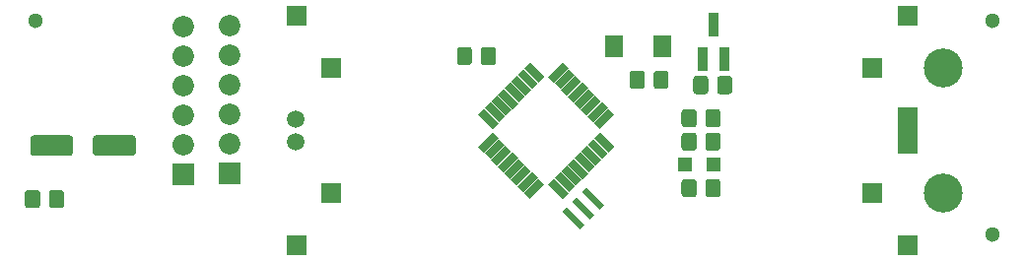
<source format=gbr>
G04 #@! TF.GenerationSoftware,KiCad,Pcbnew,5.1.5+dfsg1-2build2*
G04 #@! TF.CreationDate,2021-03-15T11:47:18+01:00*
G04 #@! TF.ProjectId,soil-moisture-sensor,736f696c-2d6d-46f6-9973-747572652d73,1.0*
G04 #@! TF.SameCoordinates,Original*
G04 #@! TF.FileFunction,Soldermask,Bot*
G04 #@! TF.FilePolarity,Negative*
%FSLAX46Y46*%
G04 Gerber Fmt 4.6, Leading zero omitted, Abs format (unit mm)*
G04 Created by KiCad (PCBNEW 5.1.5+dfsg1-2build2) date 2021-03-15 11:47:18*
%MOMM*%
%LPD*%
G04 APERTURE LIST*
%ADD10R,1.674000X1.674000*%
%ADD11R,1.750000X2.050000*%
%ADD12C,1.500000*%
%ADD13C,0.100000*%
%ADD14R,1.500000X1.950000*%
%ADD15C,3.350000*%
%ADD16C,1.300000*%
%ADD17R,1.150000X1.150000*%
%ADD18O,1.850000X1.850000*%
%ADD19R,1.850000X1.850000*%
%ADD20R,0.950000X2.050000*%
G04 APERTURE END LIST*
D10*
X139550000Y-108800000D03*
D11*
X142550000Y-113250000D03*
D10*
X93050000Y-108800000D03*
D12*
X90010000Y-113250000D03*
D10*
X142550000Y-104350000D03*
X90050000Y-104350000D03*
D11*
X142550000Y-115150000D03*
D12*
X90010000Y-115150000D03*
D10*
X90050000Y-124050000D03*
X93050000Y-119600000D03*
X142550000Y-124050000D03*
X139550000Y-119600000D03*
D13*
G36*
X116114213Y-121006066D02*
G01*
X114593934Y-119485787D01*
X114982843Y-119096878D01*
X116503122Y-120617157D01*
X116114213Y-121006066D01*
G37*
G36*
X114417157Y-122703122D02*
G01*
X112896878Y-121182843D01*
X113285787Y-120793934D01*
X114806066Y-122314213D01*
X114417157Y-122703122D01*
G37*
G36*
X115265685Y-121854594D02*
G01*
X113745406Y-120334315D01*
X114134315Y-119945406D01*
X115654594Y-121465685D01*
X115265685Y-121854594D01*
G37*
D14*
X121475000Y-107000000D03*
X117325000Y-107000000D03*
D15*
X145600000Y-108800000D03*
D16*
X149810000Y-104760000D03*
X149840000Y-123100000D03*
X67600000Y-104760000D03*
D15*
X145600000Y-119600000D03*
D13*
G36*
X126220092Y-114376361D02*
G01*
X126247526Y-114380430D01*
X126274429Y-114387169D01*
X126300541Y-114396512D01*
X126325612Y-114408370D01*
X126349401Y-114422628D01*
X126371677Y-114439149D01*
X126392226Y-114457774D01*
X126410851Y-114478323D01*
X126427372Y-114500599D01*
X126441630Y-114524388D01*
X126453488Y-114549459D01*
X126462831Y-114575571D01*
X126469570Y-114602474D01*
X126473639Y-114629908D01*
X126475000Y-114657608D01*
X126475000Y-115642392D01*
X126473639Y-115670092D01*
X126469570Y-115697526D01*
X126462831Y-115724429D01*
X126453488Y-115750541D01*
X126441630Y-115775612D01*
X126427372Y-115799401D01*
X126410851Y-115821677D01*
X126392226Y-115842226D01*
X126371677Y-115860851D01*
X126349401Y-115877372D01*
X126325612Y-115891630D01*
X126300541Y-115903488D01*
X126274429Y-115912831D01*
X126247526Y-115919570D01*
X126220092Y-115923639D01*
X126192392Y-115925000D01*
X125457608Y-115925000D01*
X125429908Y-115923639D01*
X125402474Y-115919570D01*
X125375571Y-115912831D01*
X125349459Y-115903488D01*
X125324388Y-115891630D01*
X125300599Y-115877372D01*
X125278323Y-115860851D01*
X125257774Y-115842226D01*
X125239149Y-115821677D01*
X125222628Y-115799401D01*
X125208370Y-115775612D01*
X125196512Y-115750541D01*
X125187169Y-115724429D01*
X125180430Y-115697526D01*
X125176361Y-115670092D01*
X125175000Y-115642392D01*
X125175000Y-114657608D01*
X125176361Y-114629908D01*
X125180430Y-114602474D01*
X125187169Y-114575571D01*
X125196512Y-114549459D01*
X125208370Y-114524388D01*
X125222628Y-114500599D01*
X125239149Y-114478323D01*
X125257774Y-114457774D01*
X125278323Y-114439149D01*
X125300599Y-114422628D01*
X125324388Y-114408370D01*
X125349459Y-114396512D01*
X125375571Y-114387169D01*
X125402474Y-114380430D01*
X125429908Y-114376361D01*
X125457608Y-114375000D01*
X126192392Y-114375000D01*
X126220092Y-114376361D01*
G37*
G36*
X124170092Y-114376361D02*
G01*
X124197526Y-114380430D01*
X124224429Y-114387169D01*
X124250541Y-114396512D01*
X124275612Y-114408370D01*
X124299401Y-114422628D01*
X124321677Y-114439149D01*
X124342226Y-114457774D01*
X124360851Y-114478323D01*
X124377372Y-114500599D01*
X124391630Y-114524388D01*
X124403488Y-114549459D01*
X124412831Y-114575571D01*
X124419570Y-114602474D01*
X124423639Y-114629908D01*
X124425000Y-114657608D01*
X124425000Y-115642392D01*
X124423639Y-115670092D01*
X124419570Y-115697526D01*
X124412831Y-115724429D01*
X124403488Y-115750541D01*
X124391630Y-115775612D01*
X124377372Y-115799401D01*
X124360851Y-115821677D01*
X124342226Y-115842226D01*
X124321677Y-115860851D01*
X124299401Y-115877372D01*
X124275612Y-115891630D01*
X124250541Y-115903488D01*
X124224429Y-115912831D01*
X124197526Y-115919570D01*
X124170092Y-115923639D01*
X124142392Y-115925000D01*
X123407608Y-115925000D01*
X123379908Y-115923639D01*
X123352474Y-115919570D01*
X123325571Y-115912831D01*
X123299459Y-115903488D01*
X123274388Y-115891630D01*
X123250599Y-115877372D01*
X123228323Y-115860851D01*
X123207774Y-115842226D01*
X123189149Y-115821677D01*
X123172628Y-115799401D01*
X123158370Y-115775612D01*
X123146512Y-115750541D01*
X123137169Y-115724429D01*
X123130430Y-115697526D01*
X123126361Y-115670092D01*
X123125000Y-115642392D01*
X123125000Y-114657608D01*
X123126361Y-114629908D01*
X123130430Y-114602474D01*
X123137169Y-114575571D01*
X123146512Y-114549459D01*
X123158370Y-114524388D01*
X123172628Y-114500599D01*
X123189149Y-114478323D01*
X123207774Y-114457774D01*
X123228323Y-114439149D01*
X123250599Y-114422628D01*
X123274388Y-114408370D01*
X123299459Y-114396512D01*
X123325571Y-114387169D01*
X123352474Y-114380430D01*
X123379908Y-114376361D01*
X123407608Y-114375000D01*
X124142392Y-114375000D01*
X124170092Y-114376361D01*
G37*
G36*
X67770092Y-119326361D02*
G01*
X67797526Y-119330430D01*
X67824429Y-119337169D01*
X67850541Y-119346512D01*
X67875612Y-119358370D01*
X67899401Y-119372628D01*
X67921677Y-119389149D01*
X67942226Y-119407774D01*
X67960851Y-119428323D01*
X67977372Y-119450599D01*
X67991630Y-119474388D01*
X68003488Y-119499459D01*
X68012831Y-119525571D01*
X68019570Y-119552474D01*
X68023639Y-119579908D01*
X68025000Y-119607608D01*
X68025000Y-120592392D01*
X68023639Y-120620092D01*
X68019570Y-120647526D01*
X68012831Y-120674429D01*
X68003488Y-120700541D01*
X67991630Y-120725612D01*
X67977372Y-120749401D01*
X67960851Y-120771677D01*
X67942226Y-120792226D01*
X67921677Y-120810851D01*
X67899401Y-120827372D01*
X67875612Y-120841630D01*
X67850541Y-120853488D01*
X67824429Y-120862831D01*
X67797526Y-120869570D01*
X67770092Y-120873639D01*
X67742392Y-120875000D01*
X67007608Y-120875000D01*
X66979908Y-120873639D01*
X66952474Y-120869570D01*
X66925571Y-120862831D01*
X66899459Y-120853488D01*
X66874388Y-120841630D01*
X66850599Y-120827372D01*
X66828323Y-120810851D01*
X66807774Y-120792226D01*
X66789149Y-120771677D01*
X66772628Y-120749401D01*
X66758370Y-120725612D01*
X66746512Y-120700541D01*
X66737169Y-120674429D01*
X66730430Y-120647526D01*
X66726361Y-120620092D01*
X66725000Y-120592392D01*
X66725000Y-119607608D01*
X66726361Y-119579908D01*
X66730430Y-119552474D01*
X66737169Y-119525571D01*
X66746512Y-119499459D01*
X66758370Y-119474388D01*
X66772628Y-119450599D01*
X66789149Y-119428323D01*
X66807774Y-119407774D01*
X66828323Y-119389149D01*
X66850599Y-119372628D01*
X66874388Y-119358370D01*
X66899459Y-119346512D01*
X66925571Y-119337169D01*
X66952474Y-119330430D01*
X66979908Y-119326361D01*
X67007608Y-119325000D01*
X67742392Y-119325000D01*
X67770092Y-119326361D01*
G37*
G36*
X69820092Y-119326361D02*
G01*
X69847526Y-119330430D01*
X69874429Y-119337169D01*
X69900541Y-119346512D01*
X69925612Y-119358370D01*
X69949401Y-119372628D01*
X69971677Y-119389149D01*
X69992226Y-119407774D01*
X70010851Y-119428323D01*
X70027372Y-119450599D01*
X70041630Y-119474388D01*
X70053488Y-119499459D01*
X70062831Y-119525571D01*
X70069570Y-119552474D01*
X70073639Y-119579908D01*
X70075000Y-119607608D01*
X70075000Y-120592392D01*
X70073639Y-120620092D01*
X70069570Y-120647526D01*
X70062831Y-120674429D01*
X70053488Y-120700541D01*
X70041630Y-120725612D01*
X70027372Y-120749401D01*
X70010851Y-120771677D01*
X69992226Y-120792226D01*
X69971677Y-120810851D01*
X69949401Y-120827372D01*
X69925612Y-120841630D01*
X69900541Y-120853488D01*
X69874429Y-120862831D01*
X69847526Y-120869570D01*
X69820092Y-120873639D01*
X69792392Y-120875000D01*
X69057608Y-120875000D01*
X69029908Y-120873639D01*
X69002474Y-120869570D01*
X68975571Y-120862831D01*
X68949459Y-120853488D01*
X68924388Y-120841630D01*
X68900599Y-120827372D01*
X68878323Y-120810851D01*
X68857774Y-120792226D01*
X68839149Y-120771677D01*
X68822628Y-120749401D01*
X68808370Y-120725612D01*
X68796512Y-120700541D01*
X68787169Y-120674429D01*
X68780430Y-120647526D01*
X68776361Y-120620092D01*
X68775000Y-120592392D01*
X68775000Y-119607608D01*
X68776361Y-119579908D01*
X68780430Y-119552474D01*
X68787169Y-119525571D01*
X68796512Y-119499459D01*
X68808370Y-119474388D01*
X68822628Y-119450599D01*
X68839149Y-119428323D01*
X68857774Y-119407774D01*
X68878323Y-119389149D01*
X68900599Y-119372628D01*
X68924388Y-119358370D01*
X68949459Y-119346512D01*
X68975571Y-119337169D01*
X69002474Y-119330430D01*
X69029908Y-119326361D01*
X69057608Y-119325000D01*
X69792392Y-119325000D01*
X69820092Y-119326361D01*
G37*
G36*
X124170092Y-118376361D02*
G01*
X124197526Y-118380430D01*
X124224429Y-118387169D01*
X124250541Y-118396512D01*
X124275612Y-118408370D01*
X124299401Y-118422628D01*
X124321677Y-118439149D01*
X124342226Y-118457774D01*
X124360851Y-118478323D01*
X124377372Y-118500599D01*
X124391630Y-118524388D01*
X124403488Y-118549459D01*
X124412831Y-118575571D01*
X124419570Y-118602474D01*
X124423639Y-118629908D01*
X124425000Y-118657608D01*
X124425000Y-119642392D01*
X124423639Y-119670092D01*
X124419570Y-119697526D01*
X124412831Y-119724429D01*
X124403488Y-119750541D01*
X124391630Y-119775612D01*
X124377372Y-119799401D01*
X124360851Y-119821677D01*
X124342226Y-119842226D01*
X124321677Y-119860851D01*
X124299401Y-119877372D01*
X124275612Y-119891630D01*
X124250541Y-119903488D01*
X124224429Y-119912831D01*
X124197526Y-119919570D01*
X124170092Y-119923639D01*
X124142392Y-119925000D01*
X123407608Y-119925000D01*
X123379908Y-119923639D01*
X123352474Y-119919570D01*
X123325571Y-119912831D01*
X123299459Y-119903488D01*
X123274388Y-119891630D01*
X123250599Y-119877372D01*
X123228323Y-119860851D01*
X123207774Y-119842226D01*
X123189149Y-119821677D01*
X123172628Y-119799401D01*
X123158370Y-119775612D01*
X123146512Y-119750541D01*
X123137169Y-119724429D01*
X123130430Y-119697526D01*
X123126361Y-119670092D01*
X123125000Y-119642392D01*
X123125000Y-118657608D01*
X123126361Y-118629908D01*
X123130430Y-118602474D01*
X123137169Y-118575571D01*
X123146512Y-118549459D01*
X123158370Y-118524388D01*
X123172628Y-118500599D01*
X123189149Y-118478323D01*
X123207774Y-118457774D01*
X123228323Y-118439149D01*
X123250599Y-118422628D01*
X123274388Y-118408370D01*
X123299459Y-118396512D01*
X123325571Y-118387169D01*
X123352474Y-118380430D01*
X123379908Y-118376361D01*
X123407608Y-118375000D01*
X124142392Y-118375000D01*
X124170092Y-118376361D01*
G37*
G36*
X126220092Y-118376361D02*
G01*
X126247526Y-118380430D01*
X126274429Y-118387169D01*
X126300541Y-118396512D01*
X126325612Y-118408370D01*
X126349401Y-118422628D01*
X126371677Y-118439149D01*
X126392226Y-118457774D01*
X126410851Y-118478323D01*
X126427372Y-118500599D01*
X126441630Y-118524388D01*
X126453488Y-118549459D01*
X126462831Y-118575571D01*
X126469570Y-118602474D01*
X126473639Y-118629908D01*
X126475000Y-118657608D01*
X126475000Y-119642392D01*
X126473639Y-119670092D01*
X126469570Y-119697526D01*
X126462831Y-119724429D01*
X126453488Y-119750541D01*
X126441630Y-119775612D01*
X126427372Y-119799401D01*
X126410851Y-119821677D01*
X126392226Y-119842226D01*
X126371677Y-119860851D01*
X126349401Y-119877372D01*
X126325612Y-119891630D01*
X126300541Y-119903488D01*
X126274429Y-119912831D01*
X126247526Y-119919570D01*
X126220092Y-119923639D01*
X126192392Y-119925000D01*
X125457608Y-119925000D01*
X125429908Y-119923639D01*
X125402474Y-119919570D01*
X125375571Y-119912831D01*
X125349459Y-119903488D01*
X125324388Y-119891630D01*
X125300599Y-119877372D01*
X125278323Y-119860851D01*
X125257774Y-119842226D01*
X125239149Y-119821677D01*
X125222628Y-119799401D01*
X125208370Y-119775612D01*
X125196512Y-119750541D01*
X125187169Y-119724429D01*
X125180430Y-119697526D01*
X125176361Y-119670092D01*
X125175000Y-119642392D01*
X125175000Y-118657608D01*
X125176361Y-118629908D01*
X125180430Y-118602474D01*
X125187169Y-118575571D01*
X125196512Y-118549459D01*
X125208370Y-118524388D01*
X125222628Y-118500599D01*
X125239149Y-118478323D01*
X125257774Y-118457774D01*
X125278323Y-118439149D01*
X125300599Y-118422628D01*
X125324388Y-118408370D01*
X125349459Y-118396512D01*
X125375571Y-118387169D01*
X125402474Y-118380430D01*
X125429908Y-118376361D01*
X125457608Y-118375000D01*
X126192392Y-118375000D01*
X126220092Y-118376361D01*
G37*
G36*
X124170092Y-112376361D02*
G01*
X124197526Y-112380430D01*
X124224429Y-112387169D01*
X124250541Y-112396512D01*
X124275612Y-112408370D01*
X124299401Y-112422628D01*
X124321677Y-112439149D01*
X124342226Y-112457774D01*
X124360851Y-112478323D01*
X124377372Y-112500599D01*
X124391630Y-112524388D01*
X124403488Y-112549459D01*
X124412831Y-112575571D01*
X124419570Y-112602474D01*
X124423639Y-112629908D01*
X124425000Y-112657608D01*
X124425000Y-113642392D01*
X124423639Y-113670092D01*
X124419570Y-113697526D01*
X124412831Y-113724429D01*
X124403488Y-113750541D01*
X124391630Y-113775612D01*
X124377372Y-113799401D01*
X124360851Y-113821677D01*
X124342226Y-113842226D01*
X124321677Y-113860851D01*
X124299401Y-113877372D01*
X124275612Y-113891630D01*
X124250541Y-113903488D01*
X124224429Y-113912831D01*
X124197526Y-113919570D01*
X124170092Y-113923639D01*
X124142392Y-113925000D01*
X123407608Y-113925000D01*
X123379908Y-113923639D01*
X123352474Y-113919570D01*
X123325571Y-113912831D01*
X123299459Y-113903488D01*
X123274388Y-113891630D01*
X123250599Y-113877372D01*
X123228323Y-113860851D01*
X123207774Y-113842226D01*
X123189149Y-113821677D01*
X123172628Y-113799401D01*
X123158370Y-113775612D01*
X123146512Y-113750541D01*
X123137169Y-113724429D01*
X123130430Y-113697526D01*
X123126361Y-113670092D01*
X123125000Y-113642392D01*
X123125000Y-112657608D01*
X123126361Y-112629908D01*
X123130430Y-112602474D01*
X123137169Y-112575571D01*
X123146512Y-112549459D01*
X123158370Y-112524388D01*
X123172628Y-112500599D01*
X123189149Y-112478323D01*
X123207774Y-112457774D01*
X123228323Y-112439149D01*
X123250599Y-112422628D01*
X123274388Y-112408370D01*
X123299459Y-112396512D01*
X123325571Y-112387169D01*
X123352474Y-112380430D01*
X123379908Y-112376361D01*
X123407608Y-112375000D01*
X124142392Y-112375000D01*
X124170092Y-112376361D01*
G37*
G36*
X126220092Y-112376361D02*
G01*
X126247526Y-112380430D01*
X126274429Y-112387169D01*
X126300541Y-112396512D01*
X126325612Y-112408370D01*
X126349401Y-112422628D01*
X126371677Y-112439149D01*
X126392226Y-112457774D01*
X126410851Y-112478323D01*
X126427372Y-112500599D01*
X126441630Y-112524388D01*
X126453488Y-112549459D01*
X126462831Y-112575571D01*
X126469570Y-112602474D01*
X126473639Y-112629908D01*
X126475000Y-112657608D01*
X126475000Y-113642392D01*
X126473639Y-113670092D01*
X126469570Y-113697526D01*
X126462831Y-113724429D01*
X126453488Y-113750541D01*
X126441630Y-113775612D01*
X126427372Y-113799401D01*
X126410851Y-113821677D01*
X126392226Y-113842226D01*
X126371677Y-113860851D01*
X126349401Y-113877372D01*
X126325612Y-113891630D01*
X126300541Y-113903488D01*
X126274429Y-113912831D01*
X126247526Y-113919570D01*
X126220092Y-113923639D01*
X126192392Y-113925000D01*
X125457608Y-113925000D01*
X125429908Y-113923639D01*
X125402474Y-113919570D01*
X125375571Y-113912831D01*
X125349459Y-113903488D01*
X125324388Y-113891630D01*
X125300599Y-113877372D01*
X125278323Y-113860851D01*
X125257774Y-113842226D01*
X125239149Y-113821677D01*
X125222628Y-113799401D01*
X125208370Y-113775612D01*
X125196512Y-113750541D01*
X125187169Y-113724429D01*
X125180430Y-113697526D01*
X125176361Y-113670092D01*
X125175000Y-113642392D01*
X125175000Y-112657608D01*
X125176361Y-112629908D01*
X125180430Y-112602474D01*
X125187169Y-112575571D01*
X125196512Y-112549459D01*
X125208370Y-112524388D01*
X125222628Y-112500599D01*
X125239149Y-112478323D01*
X125257774Y-112457774D01*
X125278323Y-112439149D01*
X125300599Y-112422628D01*
X125324388Y-112408370D01*
X125349459Y-112396512D01*
X125375571Y-112387169D01*
X125402474Y-112380430D01*
X125429908Y-112376361D01*
X125457608Y-112375000D01*
X126192392Y-112375000D01*
X126220092Y-112376361D01*
G37*
G36*
X121770092Y-109076361D02*
G01*
X121797526Y-109080430D01*
X121824429Y-109087169D01*
X121850541Y-109096512D01*
X121875612Y-109108370D01*
X121899401Y-109122628D01*
X121921677Y-109139149D01*
X121942226Y-109157774D01*
X121960851Y-109178323D01*
X121977372Y-109200599D01*
X121991630Y-109224388D01*
X122003488Y-109249459D01*
X122012831Y-109275571D01*
X122019570Y-109302474D01*
X122023639Y-109329908D01*
X122025000Y-109357608D01*
X122025000Y-110342392D01*
X122023639Y-110370092D01*
X122019570Y-110397526D01*
X122012831Y-110424429D01*
X122003488Y-110450541D01*
X121991630Y-110475612D01*
X121977372Y-110499401D01*
X121960851Y-110521677D01*
X121942226Y-110542226D01*
X121921677Y-110560851D01*
X121899401Y-110577372D01*
X121875612Y-110591630D01*
X121850541Y-110603488D01*
X121824429Y-110612831D01*
X121797526Y-110619570D01*
X121770092Y-110623639D01*
X121742392Y-110625000D01*
X121007608Y-110625000D01*
X120979908Y-110623639D01*
X120952474Y-110619570D01*
X120925571Y-110612831D01*
X120899459Y-110603488D01*
X120874388Y-110591630D01*
X120850599Y-110577372D01*
X120828323Y-110560851D01*
X120807774Y-110542226D01*
X120789149Y-110521677D01*
X120772628Y-110499401D01*
X120758370Y-110475612D01*
X120746512Y-110450541D01*
X120737169Y-110424429D01*
X120730430Y-110397526D01*
X120726361Y-110370092D01*
X120725000Y-110342392D01*
X120725000Y-109357608D01*
X120726361Y-109329908D01*
X120730430Y-109302474D01*
X120737169Y-109275571D01*
X120746512Y-109249459D01*
X120758370Y-109224388D01*
X120772628Y-109200599D01*
X120789149Y-109178323D01*
X120807774Y-109157774D01*
X120828323Y-109139149D01*
X120850599Y-109122628D01*
X120874388Y-109108370D01*
X120899459Y-109096512D01*
X120925571Y-109087169D01*
X120952474Y-109080430D01*
X120979908Y-109076361D01*
X121007608Y-109075000D01*
X121742392Y-109075000D01*
X121770092Y-109076361D01*
G37*
G36*
X119720092Y-109076361D02*
G01*
X119747526Y-109080430D01*
X119774429Y-109087169D01*
X119800541Y-109096512D01*
X119825612Y-109108370D01*
X119849401Y-109122628D01*
X119871677Y-109139149D01*
X119892226Y-109157774D01*
X119910851Y-109178323D01*
X119927372Y-109200599D01*
X119941630Y-109224388D01*
X119953488Y-109249459D01*
X119962831Y-109275571D01*
X119969570Y-109302474D01*
X119973639Y-109329908D01*
X119975000Y-109357608D01*
X119975000Y-110342392D01*
X119973639Y-110370092D01*
X119969570Y-110397526D01*
X119962831Y-110424429D01*
X119953488Y-110450541D01*
X119941630Y-110475612D01*
X119927372Y-110499401D01*
X119910851Y-110521677D01*
X119892226Y-110542226D01*
X119871677Y-110560851D01*
X119849401Y-110577372D01*
X119825612Y-110591630D01*
X119800541Y-110603488D01*
X119774429Y-110612831D01*
X119747526Y-110619570D01*
X119720092Y-110623639D01*
X119692392Y-110625000D01*
X118957608Y-110625000D01*
X118929908Y-110623639D01*
X118902474Y-110619570D01*
X118875571Y-110612831D01*
X118849459Y-110603488D01*
X118824388Y-110591630D01*
X118800599Y-110577372D01*
X118778323Y-110560851D01*
X118757774Y-110542226D01*
X118739149Y-110521677D01*
X118722628Y-110499401D01*
X118708370Y-110475612D01*
X118696512Y-110450541D01*
X118687169Y-110424429D01*
X118680430Y-110397526D01*
X118676361Y-110370092D01*
X118675000Y-110342392D01*
X118675000Y-109357608D01*
X118676361Y-109329908D01*
X118680430Y-109302474D01*
X118687169Y-109275571D01*
X118696512Y-109249459D01*
X118708370Y-109224388D01*
X118722628Y-109200599D01*
X118739149Y-109178323D01*
X118757774Y-109157774D01*
X118778323Y-109139149D01*
X118800599Y-109122628D01*
X118824388Y-109108370D01*
X118849459Y-109096512D01*
X118875571Y-109087169D01*
X118902474Y-109080430D01*
X118929908Y-109076361D01*
X118957608Y-109075000D01*
X119692392Y-109075000D01*
X119720092Y-109076361D01*
G37*
G36*
X116113872Y-114040901D02*
G01*
X115618897Y-113545926D01*
X116856334Y-112308489D01*
X117351309Y-112803464D01*
X116113872Y-114040901D01*
G37*
G36*
X115548186Y-113475216D02*
G01*
X115053211Y-112980241D01*
X116290648Y-111742804D01*
X116785623Y-112237779D01*
X115548186Y-113475216D01*
G37*
G36*
X114982501Y-112909530D02*
G01*
X114487526Y-112414555D01*
X115724963Y-111177118D01*
X116219938Y-111672093D01*
X114982501Y-112909530D01*
G37*
G36*
X114416816Y-112343845D02*
G01*
X113921841Y-111848870D01*
X115159278Y-110611433D01*
X115654253Y-111106408D01*
X114416816Y-112343845D01*
G37*
G36*
X113851130Y-111778159D02*
G01*
X113356155Y-111283184D01*
X114593592Y-110045747D01*
X115088567Y-110540722D01*
X113851130Y-111778159D01*
G37*
G36*
X113285445Y-111212474D02*
G01*
X112790470Y-110717499D01*
X114027907Y-109480062D01*
X114522882Y-109975037D01*
X113285445Y-111212474D01*
G37*
G36*
X112719759Y-110646789D02*
G01*
X112224784Y-110151814D01*
X113462221Y-108914377D01*
X113957196Y-109409352D01*
X112719759Y-110646789D01*
G37*
G36*
X112154074Y-110081103D02*
G01*
X111659099Y-109586128D01*
X112896536Y-108348691D01*
X113391511Y-108843666D01*
X112154074Y-110081103D01*
G37*
G36*
X111340901Y-109586128D02*
G01*
X110845926Y-110081103D01*
X109608489Y-108843666D01*
X110103464Y-108348691D01*
X111340901Y-109586128D01*
G37*
G36*
X110775216Y-110151814D02*
G01*
X110280241Y-110646789D01*
X109042804Y-109409352D01*
X109537779Y-108914377D01*
X110775216Y-110151814D01*
G37*
G36*
X110209530Y-110717499D02*
G01*
X109714555Y-111212474D01*
X108477118Y-109975037D01*
X108972093Y-109480062D01*
X110209530Y-110717499D01*
G37*
G36*
X109643845Y-111283184D02*
G01*
X109148870Y-111778159D01*
X107911433Y-110540722D01*
X108406408Y-110045747D01*
X109643845Y-111283184D01*
G37*
G36*
X109078159Y-111848870D02*
G01*
X108583184Y-112343845D01*
X107345747Y-111106408D01*
X107840722Y-110611433D01*
X109078159Y-111848870D01*
G37*
G36*
X108512474Y-112414555D02*
G01*
X108017499Y-112909530D01*
X106780062Y-111672093D01*
X107275037Y-111177118D01*
X108512474Y-112414555D01*
G37*
G36*
X107946789Y-112980241D02*
G01*
X107451814Y-113475216D01*
X106214377Y-112237779D01*
X106709352Y-111742804D01*
X107946789Y-112980241D01*
G37*
G36*
X107381103Y-113545926D02*
G01*
X106886128Y-114040901D01*
X105648691Y-112803464D01*
X106143666Y-112308489D01*
X107381103Y-113545926D01*
G37*
G36*
X106143666Y-116091511D02*
G01*
X105648691Y-115596536D01*
X106886128Y-114359099D01*
X107381103Y-114854074D01*
X106143666Y-116091511D01*
G37*
G36*
X106709352Y-116657196D02*
G01*
X106214377Y-116162221D01*
X107451814Y-114924784D01*
X107946789Y-115419759D01*
X106709352Y-116657196D01*
G37*
G36*
X107275037Y-117222882D02*
G01*
X106780062Y-116727907D01*
X108017499Y-115490470D01*
X108512474Y-115985445D01*
X107275037Y-117222882D01*
G37*
G36*
X107840722Y-117788567D02*
G01*
X107345747Y-117293592D01*
X108583184Y-116056155D01*
X109078159Y-116551130D01*
X107840722Y-117788567D01*
G37*
G36*
X108406408Y-118354253D02*
G01*
X107911433Y-117859278D01*
X109148870Y-116621841D01*
X109643845Y-117116816D01*
X108406408Y-118354253D01*
G37*
G36*
X108972093Y-118919938D02*
G01*
X108477118Y-118424963D01*
X109714555Y-117187526D01*
X110209530Y-117682501D01*
X108972093Y-118919938D01*
G37*
G36*
X109537779Y-119485623D02*
G01*
X109042804Y-118990648D01*
X110280241Y-117753211D01*
X110775216Y-118248186D01*
X109537779Y-119485623D01*
G37*
G36*
X110103464Y-120051309D02*
G01*
X109608489Y-119556334D01*
X110845926Y-118318897D01*
X111340901Y-118813872D01*
X110103464Y-120051309D01*
G37*
G36*
X113391511Y-119556334D02*
G01*
X112896536Y-120051309D01*
X111659099Y-118813872D01*
X112154074Y-118318897D01*
X113391511Y-119556334D01*
G37*
G36*
X113957196Y-118990648D02*
G01*
X113462221Y-119485623D01*
X112224784Y-118248186D01*
X112719759Y-117753211D01*
X113957196Y-118990648D01*
G37*
G36*
X114522882Y-118424963D02*
G01*
X114027907Y-118919938D01*
X112790470Y-117682501D01*
X113285445Y-117187526D01*
X114522882Y-118424963D01*
G37*
G36*
X115088567Y-117859278D02*
G01*
X114593592Y-118354253D01*
X113356155Y-117116816D01*
X113851130Y-116621841D01*
X115088567Y-117859278D01*
G37*
G36*
X115654253Y-117293592D02*
G01*
X115159278Y-117788567D01*
X113921841Y-116551130D01*
X114416816Y-116056155D01*
X115654253Y-117293592D01*
G37*
G36*
X116219938Y-116727907D02*
G01*
X115724963Y-117222882D01*
X114487526Y-115985445D01*
X114982501Y-115490470D01*
X116219938Y-116727907D01*
G37*
G36*
X116785623Y-116162221D02*
G01*
X116290648Y-116657196D01*
X115053211Y-115419759D01*
X115548186Y-114924784D01*
X116785623Y-116162221D01*
G37*
G36*
X117351309Y-115596536D02*
G01*
X116856334Y-116091511D01*
X115618897Y-114854074D01*
X116113872Y-114359099D01*
X117351309Y-115596536D01*
G37*
D17*
X125900000Y-117150000D03*
X123400000Y-117150000D03*
D18*
X84300000Y-105180000D03*
X84300000Y-107720000D03*
X84300000Y-110260000D03*
X84300000Y-112800000D03*
X84300000Y-115340000D03*
D19*
X84300000Y-117880000D03*
D18*
X80300000Y-105230000D03*
X80300000Y-107770000D03*
X80300000Y-110310000D03*
X80300000Y-112850000D03*
X80300000Y-115390000D03*
D19*
X80300000Y-117930000D03*
D20*
X125900000Y-105100000D03*
X124950000Y-108100000D03*
X126850000Y-108100000D03*
D13*
G36*
X125170092Y-109526361D02*
G01*
X125197526Y-109530430D01*
X125224429Y-109537169D01*
X125250541Y-109546512D01*
X125275612Y-109558370D01*
X125299401Y-109572628D01*
X125321677Y-109589149D01*
X125342226Y-109607774D01*
X125360851Y-109628323D01*
X125377372Y-109650599D01*
X125391630Y-109674388D01*
X125403488Y-109699459D01*
X125412831Y-109725571D01*
X125419570Y-109752474D01*
X125423639Y-109779908D01*
X125425000Y-109807608D01*
X125425000Y-110792392D01*
X125423639Y-110820092D01*
X125419570Y-110847526D01*
X125412831Y-110874429D01*
X125403488Y-110900541D01*
X125391630Y-110925612D01*
X125377372Y-110949401D01*
X125360851Y-110971677D01*
X125342226Y-110992226D01*
X125321677Y-111010851D01*
X125299401Y-111027372D01*
X125275612Y-111041630D01*
X125250541Y-111053488D01*
X125224429Y-111062831D01*
X125197526Y-111069570D01*
X125170092Y-111073639D01*
X125142392Y-111075000D01*
X124407608Y-111075000D01*
X124379908Y-111073639D01*
X124352474Y-111069570D01*
X124325571Y-111062831D01*
X124299459Y-111053488D01*
X124274388Y-111041630D01*
X124250599Y-111027372D01*
X124228323Y-111010851D01*
X124207774Y-110992226D01*
X124189149Y-110971677D01*
X124172628Y-110949401D01*
X124158370Y-110925612D01*
X124146512Y-110900541D01*
X124137169Y-110874429D01*
X124130430Y-110847526D01*
X124126361Y-110820092D01*
X124125000Y-110792392D01*
X124125000Y-109807608D01*
X124126361Y-109779908D01*
X124130430Y-109752474D01*
X124137169Y-109725571D01*
X124146512Y-109699459D01*
X124158370Y-109674388D01*
X124172628Y-109650599D01*
X124189149Y-109628323D01*
X124207774Y-109607774D01*
X124228323Y-109589149D01*
X124250599Y-109572628D01*
X124274388Y-109558370D01*
X124299459Y-109546512D01*
X124325571Y-109537169D01*
X124352474Y-109530430D01*
X124379908Y-109526361D01*
X124407608Y-109525000D01*
X125142392Y-109525000D01*
X125170092Y-109526361D01*
G37*
G36*
X127220092Y-109526361D02*
G01*
X127247526Y-109530430D01*
X127274429Y-109537169D01*
X127300541Y-109546512D01*
X127325612Y-109558370D01*
X127349401Y-109572628D01*
X127371677Y-109589149D01*
X127392226Y-109607774D01*
X127410851Y-109628323D01*
X127427372Y-109650599D01*
X127441630Y-109674388D01*
X127453488Y-109699459D01*
X127462831Y-109725571D01*
X127469570Y-109752474D01*
X127473639Y-109779908D01*
X127475000Y-109807608D01*
X127475000Y-110792392D01*
X127473639Y-110820092D01*
X127469570Y-110847526D01*
X127462831Y-110874429D01*
X127453488Y-110900541D01*
X127441630Y-110925612D01*
X127427372Y-110949401D01*
X127410851Y-110971677D01*
X127392226Y-110992226D01*
X127371677Y-111010851D01*
X127349401Y-111027372D01*
X127325612Y-111041630D01*
X127300541Y-111053488D01*
X127274429Y-111062831D01*
X127247526Y-111069570D01*
X127220092Y-111073639D01*
X127192392Y-111075000D01*
X126457608Y-111075000D01*
X126429908Y-111073639D01*
X126402474Y-111069570D01*
X126375571Y-111062831D01*
X126349459Y-111053488D01*
X126324388Y-111041630D01*
X126300599Y-111027372D01*
X126278323Y-111010851D01*
X126257774Y-110992226D01*
X126239149Y-110971677D01*
X126222628Y-110949401D01*
X126208370Y-110925612D01*
X126196512Y-110900541D01*
X126187169Y-110874429D01*
X126180430Y-110847526D01*
X126176361Y-110820092D01*
X126175000Y-110792392D01*
X126175000Y-109807608D01*
X126176361Y-109779908D01*
X126180430Y-109752474D01*
X126187169Y-109725571D01*
X126196512Y-109699459D01*
X126208370Y-109674388D01*
X126222628Y-109650599D01*
X126239149Y-109628323D01*
X126257774Y-109607774D01*
X126278323Y-109589149D01*
X126300599Y-109572628D01*
X126324388Y-109558370D01*
X126349459Y-109546512D01*
X126375571Y-109537169D01*
X126402474Y-109530430D01*
X126429908Y-109526361D01*
X126457608Y-109525000D01*
X127192392Y-109525000D01*
X127220092Y-109526361D01*
G37*
G36*
X104870092Y-107026361D02*
G01*
X104897526Y-107030430D01*
X104924429Y-107037169D01*
X104950541Y-107046512D01*
X104975612Y-107058370D01*
X104999401Y-107072628D01*
X105021677Y-107089149D01*
X105042226Y-107107774D01*
X105060851Y-107128323D01*
X105077372Y-107150599D01*
X105091630Y-107174388D01*
X105103488Y-107199459D01*
X105112831Y-107225571D01*
X105119570Y-107252474D01*
X105123639Y-107279908D01*
X105125000Y-107307608D01*
X105125000Y-108292392D01*
X105123639Y-108320092D01*
X105119570Y-108347526D01*
X105112831Y-108374429D01*
X105103488Y-108400541D01*
X105091630Y-108425612D01*
X105077372Y-108449401D01*
X105060851Y-108471677D01*
X105042226Y-108492226D01*
X105021677Y-108510851D01*
X104999401Y-108527372D01*
X104975612Y-108541630D01*
X104950541Y-108553488D01*
X104924429Y-108562831D01*
X104897526Y-108569570D01*
X104870092Y-108573639D01*
X104842392Y-108575000D01*
X104107608Y-108575000D01*
X104079908Y-108573639D01*
X104052474Y-108569570D01*
X104025571Y-108562831D01*
X103999459Y-108553488D01*
X103974388Y-108541630D01*
X103950599Y-108527372D01*
X103928323Y-108510851D01*
X103907774Y-108492226D01*
X103889149Y-108471677D01*
X103872628Y-108449401D01*
X103858370Y-108425612D01*
X103846512Y-108400541D01*
X103837169Y-108374429D01*
X103830430Y-108347526D01*
X103826361Y-108320092D01*
X103825000Y-108292392D01*
X103825000Y-107307608D01*
X103826361Y-107279908D01*
X103830430Y-107252474D01*
X103837169Y-107225571D01*
X103846512Y-107199459D01*
X103858370Y-107174388D01*
X103872628Y-107150599D01*
X103889149Y-107128323D01*
X103907774Y-107107774D01*
X103928323Y-107089149D01*
X103950599Y-107072628D01*
X103974388Y-107058370D01*
X103999459Y-107046512D01*
X104025571Y-107037169D01*
X104052474Y-107030430D01*
X104079908Y-107026361D01*
X104107608Y-107025000D01*
X104842392Y-107025000D01*
X104870092Y-107026361D01*
G37*
G36*
X106920092Y-107026361D02*
G01*
X106947526Y-107030430D01*
X106974429Y-107037169D01*
X107000541Y-107046512D01*
X107025612Y-107058370D01*
X107049401Y-107072628D01*
X107071677Y-107089149D01*
X107092226Y-107107774D01*
X107110851Y-107128323D01*
X107127372Y-107150599D01*
X107141630Y-107174388D01*
X107153488Y-107199459D01*
X107162831Y-107225571D01*
X107169570Y-107252474D01*
X107173639Y-107279908D01*
X107175000Y-107307608D01*
X107175000Y-108292392D01*
X107173639Y-108320092D01*
X107169570Y-108347526D01*
X107162831Y-108374429D01*
X107153488Y-108400541D01*
X107141630Y-108425612D01*
X107127372Y-108449401D01*
X107110851Y-108471677D01*
X107092226Y-108492226D01*
X107071677Y-108510851D01*
X107049401Y-108527372D01*
X107025612Y-108541630D01*
X107000541Y-108553488D01*
X106974429Y-108562831D01*
X106947526Y-108569570D01*
X106920092Y-108573639D01*
X106892392Y-108575000D01*
X106157608Y-108575000D01*
X106129908Y-108573639D01*
X106102474Y-108569570D01*
X106075571Y-108562831D01*
X106049459Y-108553488D01*
X106024388Y-108541630D01*
X106000599Y-108527372D01*
X105978323Y-108510851D01*
X105957774Y-108492226D01*
X105939149Y-108471677D01*
X105922628Y-108449401D01*
X105908370Y-108425612D01*
X105896512Y-108400541D01*
X105887169Y-108374429D01*
X105880430Y-108347526D01*
X105876361Y-108320092D01*
X105875000Y-108292392D01*
X105875000Y-107307608D01*
X105876361Y-107279908D01*
X105880430Y-107252474D01*
X105887169Y-107225571D01*
X105896512Y-107199459D01*
X105908370Y-107174388D01*
X105922628Y-107150599D01*
X105939149Y-107128323D01*
X105957774Y-107107774D01*
X105978323Y-107089149D01*
X106000599Y-107072628D01*
X106024388Y-107058370D01*
X106049459Y-107046512D01*
X106075571Y-107037169D01*
X106102474Y-107030430D01*
X106129908Y-107026361D01*
X106157608Y-107025000D01*
X106892392Y-107025000D01*
X106920092Y-107026361D01*
G37*
G36*
X75978365Y-114626317D02*
G01*
X76004908Y-114630254D01*
X76030938Y-114636774D01*
X76056203Y-114645814D01*
X76080460Y-114657287D01*
X76103476Y-114671082D01*
X76125030Y-114687067D01*
X76144912Y-114705088D01*
X76162933Y-114724970D01*
X76178918Y-114746524D01*
X76192713Y-114769540D01*
X76204186Y-114793797D01*
X76213226Y-114819062D01*
X76219746Y-114845092D01*
X76223683Y-114871635D01*
X76225000Y-114898437D01*
X76225000Y-116101563D01*
X76223683Y-116128365D01*
X76219746Y-116154908D01*
X76213226Y-116180938D01*
X76204186Y-116206203D01*
X76192713Y-116230460D01*
X76178918Y-116253476D01*
X76162933Y-116275030D01*
X76144912Y-116294912D01*
X76125030Y-116312933D01*
X76103476Y-116328918D01*
X76080460Y-116342713D01*
X76056203Y-116354186D01*
X76030938Y-116363226D01*
X76004908Y-116369746D01*
X75978365Y-116373683D01*
X75951563Y-116375000D01*
X72848437Y-116375000D01*
X72821635Y-116373683D01*
X72795092Y-116369746D01*
X72769062Y-116363226D01*
X72743797Y-116354186D01*
X72719540Y-116342713D01*
X72696524Y-116328918D01*
X72674970Y-116312933D01*
X72655088Y-116294912D01*
X72637067Y-116275030D01*
X72621082Y-116253476D01*
X72607287Y-116230460D01*
X72595814Y-116206203D01*
X72586774Y-116180938D01*
X72580254Y-116154908D01*
X72576317Y-116128365D01*
X72575000Y-116101563D01*
X72575000Y-114898437D01*
X72576317Y-114871635D01*
X72580254Y-114845092D01*
X72586774Y-114819062D01*
X72595814Y-114793797D01*
X72607287Y-114769540D01*
X72621082Y-114746524D01*
X72637067Y-114724970D01*
X72655088Y-114705088D01*
X72674970Y-114687067D01*
X72696524Y-114671082D01*
X72719540Y-114657287D01*
X72743797Y-114645814D01*
X72769062Y-114636774D01*
X72795092Y-114630254D01*
X72821635Y-114626317D01*
X72848437Y-114625000D01*
X75951563Y-114625000D01*
X75978365Y-114626317D01*
G37*
G36*
X70578365Y-114626317D02*
G01*
X70604908Y-114630254D01*
X70630938Y-114636774D01*
X70656203Y-114645814D01*
X70680460Y-114657287D01*
X70703476Y-114671082D01*
X70725030Y-114687067D01*
X70744912Y-114705088D01*
X70762933Y-114724970D01*
X70778918Y-114746524D01*
X70792713Y-114769540D01*
X70804186Y-114793797D01*
X70813226Y-114819062D01*
X70819746Y-114845092D01*
X70823683Y-114871635D01*
X70825000Y-114898437D01*
X70825000Y-116101563D01*
X70823683Y-116128365D01*
X70819746Y-116154908D01*
X70813226Y-116180938D01*
X70804186Y-116206203D01*
X70792713Y-116230460D01*
X70778918Y-116253476D01*
X70762933Y-116275030D01*
X70744912Y-116294912D01*
X70725030Y-116312933D01*
X70703476Y-116328918D01*
X70680460Y-116342713D01*
X70656203Y-116354186D01*
X70630938Y-116363226D01*
X70604908Y-116369746D01*
X70578365Y-116373683D01*
X70551563Y-116375000D01*
X67448437Y-116375000D01*
X67421635Y-116373683D01*
X67395092Y-116369746D01*
X67369062Y-116363226D01*
X67343797Y-116354186D01*
X67319540Y-116342713D01*
X67296524Y-116328918D01*
X67274970Y-116312933D01*
X67255088Y-116294912D01*
X67237067Y-116275030D01*
X67221082Y-116253476D01*
X67207287Y-116230460D01*
X67195814Y-116206203D01*
X67186774Y-116180938D01*
X67180254Y-116154908D01*
X67176317Y-116128365D01*
X67175000Y-116101563D01*
X67175000Y-114898437D01*
X67176317Y-114871635D01*
X67180254Y-114845092D01*
X67186774Y-114819062D01*
X67195814Y-114793797D01*
X67207287Y-114769540D01*
X67221082Y-114746524D01*
X67237067Y-114724970D01*
X67255088Y-114705088D01*
X67274970Y-114687067D01*
X67296524Y-114671082D01*
X67319540Y-114657287D01*
X67343797Y-114645814D01*
X67369062Y-114636774D01*
X67395092Y-114630254D01*
X67421635Y-114626317D01*
X67448437Y-114625000D01*
X70551563Y-114625000D01*
X70578365Y-114626317D01*
G37*
M02*

</source>
